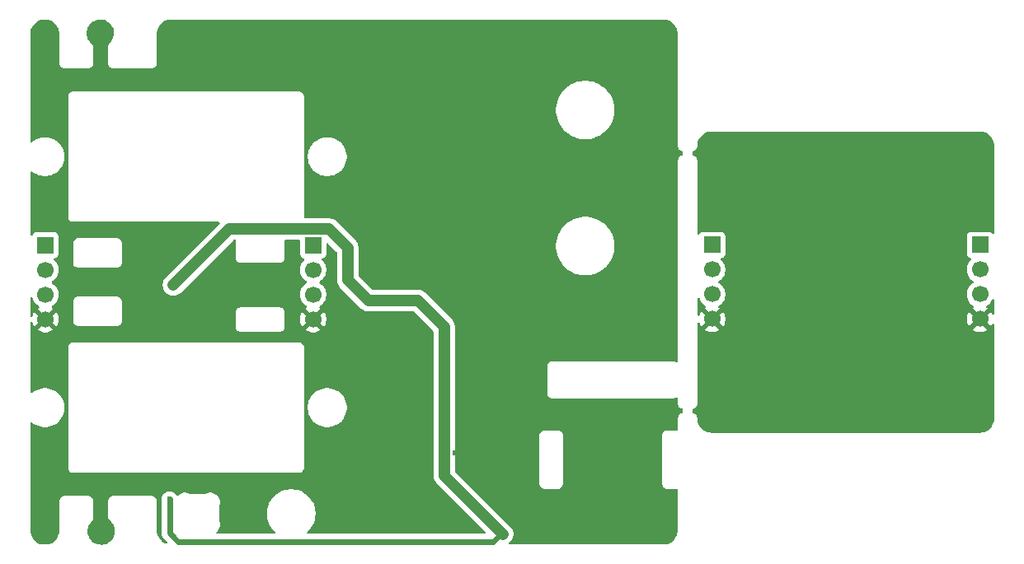
<source format=gbr>
%TF.GenerationSoftware,KiCad,Pcbnew,9.0.4*%
%TF.CreationDate,2025-12-19T12:52:20+01:00*%
%TF.ProjectId,malibotti,6d616c69-626f-4747-9469-2e6b69636164,rev?*%
%TF.SameCoordinates,Original*%
%TF.FileFunction,Copper,L1,Top*%
%TF.FilePolarity,Positive*%
%FSLAX46Y46*%
G04 Gerber Fmt 4.6, Leading zero omitted, Abs format (unit mm)*
G04 Created by KiCad (PCBNEW 9.0.4) date 2025-12-19 12:52:20*
%MOMM*%
%LPD*%
G01*
G04 APERTURE LIST*
%TA.AperFunction,ComponentPad*%
%ADD10R,1.700000X1.700000*%
%TD*%
%TA.AperFunction,ComponentPad*%
%ADD11C,1.700000*%
%TD*%
%TA.AperFunction,ViaPad*%
%ADD12C,0.600000*%
%TD*%
%TA.AperFunction,ViaPad*%
%ADD13C,1.200000*%
%TD*%
%TA.AperFunction,Conductor*%
%ADD14C,1.200000*%
%TD*%
%TA.AperFunction,Conductor*%
%ADD15C,0.600000*%
%TD*%
G04 APERTURE END LIST*
D10*
%TO.P,J6,1,Pin_1*%
%TO.N,+3.3V*%
X129550000Y-96200000D03*
D11*
%TO.P,J6,2,Pin_2*%
%TO.N,SCL1*%
X129550000Y-98740000D03*
%TO.P,J6,3,Pin_3*%
%TO.N,SDA1*%
X129550000Y-101280000D03*
%TO.P,J6,4,Pin_4*%
%TO.N,GND*%
X129550000Y-103820000D03*
%TD*%
D10*
%TO.P,J5,1,Pin_1*%
%TO.N,+3.3V*%
X102050000Y-96200000D03*
D11*
%TO.P,J5,2,Pin_2*%
%TO.N,SCL*%
X102050000Y-98740000D03*
%TO.P,J5,3,Pin_3*%
%TO.N,SDA*%
X102050000Y-101280000D03*
%TO.P,J5,4,Pin_4*%
%TO.N,GND*%
X102050000Y-103820000D03*
%TD*%
D10*
%TO.P,J3,1,Pin_1*%
%TO.N,+3.3VP*%
X170525000Y-96180000D03*
D11*
%TO.P,J3,2,Pin_2*%
%TO.N,Net-(J3-Pin_2)*%
X170525000Y-98720000D03*
%TO.P,J3,3,Pin_3*%
%TO.N,Net-(J3-Pin_3)*%
X170525000Y-101260000D03*
%TO.P,J3,4,Pin_4*%
%TO.N,GND1*%
X170525000Y-103800000D03*
%TD*%
D10*
%TO.P,J4,1,Pin_1*%
%TO.N,+3.3VP*%
X198025000Y-96180000D03*
D11*
%TO.P,J4,2,Pin_2*%
%TO.N,Net-(J4-Pin_2)*%
X198025000Y-98720000D03*
%TO.P,J4,3,Pin_3*%
%TO.N,Net-(J4-Pin_3)*%
X198025000Y-101260000D03*
%TO.P,J4,4,Pin_4*%
%TO.N,GND1*%
X198025000Y-103800000D03*
%TD*%
D12*
%TO.N,GND*%
X115200000Y-78700000D03*
X131700000Y-104000000D03*
X122700000Y-123100000D03*
X131600000Y-78000000D03*
X114700000Y-73800000D03*
X145000000Y-99800000D03*
X129200000Y-89600000D03*
X164700000Y-83000000D03*
X130900000Y-82800000D03*
X164800000Y-96200000D03*
X152600000Y-79000000D03*
X144400000Y-92700000D03*
X162700000Y-75800000D03*
X149100000Y-106400000D03*
X149100000Y-104600000D03*
X145200000Y-115400000D03*
X158200000Y-106800000D03*
X131600000Y-123800000D03*
X131800000Y-116700000D03*
X104300000Y-105400000D03*
X145000000Y-106800000D03*
X142700000Y-75000000D03*
X120500000Y-78100000D03*
X141900000Y-124400000D03*
X113900000Y-105700000D03*
X123800000Y-123900000D03*
X161200000Y-114400000D03*
X139400000Y-81500000D03*
X144200000Y-90000000D03*
X103200000Y-123400000D03*
X150100000Y-102200000D03*
X102200000Y-91900000D03*
X117000000Y-105600000D03*
X103000000Y-74600000D03*
X165400000Y-101000000D03*
X115100000Y-102200000D03*
X160800000Y-90900000D03*
X141400000Y-120600000D03*
X143800000Y-86800000D03*
X129900000Y-116000000D03*
X122300000Y-100200000D03*
X137200000Y-74800000D03*
X115100000Y-96800000D03*
X117700000Y-120900000D03*
X164400000Y-123900000D03*
X121700000Y-73900000D03*
X140400000Y-118200000D03*
X106000000Y-99400000D03*
X108000000Y-100500000D03*
X145200000Y-110000000D03*
X131400000Y-97400000D03*
X145100000Y-105000000D03*
X147000000Y-113800000D03*
X155500000Y-126100000D03*
X103000000Y-117600000D03*
X102600000Y-81100000D03*
X144100000Y-117600000D03*
X147500000Y-117700000D03*
X140600000Y-115900000D03*
X138700000Y-86200000D03*
X144100000Y-125400000D03*
X133300000Y-94500000D03*
X151200000Y-92500000D03*
X141500000Y-90900000D03*
X102200000Y-108300000D03*
X147700000Y-122400000D03*
X141500000Y-96000000D03*
X122500000Y-124600000D03*
X156000000Y-100700000D03*
X150700000Y-100200000D03*
X131400000Y-99000000D03*
X133400000Y-92100000D03*
X120200000Y-120100000D03*
X149100000Y-91600000D03*
D13*
%TO.N,+5V*%
X140300000Y-101900000D03*
X135200000Y-101900000D03*
X115200000Y-100300000D03*
D12*
X114800000Y-122300000D03*
D13*
X149000000Y-125900000D03*
D12*
%TO.N,GND1*%
X197100000Y-112300000D03*
X181600000Y-101000000D03*
X184100000Y-93400000D03*
X187200000Y-87100000D03*
X197200000Y-92900000D03*
X174100000Y-103400000D03*
X192600000Y-98600000D03*
X193900000Y-105600000D03*
X188100000Y-105800000D03*
X194100000Y-86300000D03*
X170800000Y-108100000D03*
X179200000Y-85700000D03*
X176900000Y-109100000D03*
X172300000Y-91900000D03*
X188400000Y-109500000D03*
X195700000Y-97600000D03*
X170200000Y-113700000D03*
X193800000Y-110300000D03*
X175200000Y-94900000D03*
X183900000Y-109500000D03*
X186700000Y-112800000D03*
X192500000Y-114700000D03*
%TD*%
D14*
%TO.N,+5V*%
X131201000Y-94549000D02*
X133100000Y-96448000D01*
X140300000Y-101900000D02*
X143000000Y-104600000D01*
D15*
X148001000Y-126699000D02*
X129062213Y-126699000D01*
D14*
X120951000Y-94549000D02*
X131201000Y-94549000D01*
X143000000Y-119900000D02*
X149000000Y-125900000D01*
D15*
X149000000Y-125900000D02*
X148800000Y-125900000D01*
X115300000Y-126300000D02*
X114800000Y-125800000D01*
X118600000Y-126699000D02*
X115699000Y-126699000D01*
D14*
X133100000Y-99800000D02*
X135200000Y-101900000D01*
D15*
X114800000Y-125800000D02*
X114800000Y-122300000D01*
X129062213Y-126699000D02*
X118600000Y-126699000D01*
D14*
X115200000Y-100300000D02*
X120951000Y-94549000D01*
D15*
X148800000Y-125900000D02*
X148001000Y-126699000D01*
X115699000Y-126699000D02*
X115300000Y-126300000D01*
D14*
X133100000Y-96448000D02*
X133100000Y-99800000D01*
X143000000Y-104600000D02*
X143000000Y-119900000D01*
X140300000Y-101900000D02*
X135200000Y-101900000D01*
%TD*%
%TA.AperFunction,Conductor*%
%TO.N,GND*%
G36*
X107868869Y-73000934D02*
G01*
X107888739Y-73003476D01*
X108092113Y-73046432D01*
X108111326Y-73052147D01*
X108305114Y-73127312D01*
X108323155Y-73136047D01*
X108502302Y-73241463D01*
X108518702Y-73252994D01*
X108678516Y-73385897D01*
X108692844Y-73399921D01*
X108829144Y-73556835D01*
X108841024Y-73572982D01*
X108950264Y-73749819D01*
X108959388Y-73767672D01*
X109038701Y-73959800D01*
X109044828Y-73978889D01*
X109092143Y-74181288D01*
X109095113Y-74201116D01*
X109109192Y-74408487D01*
X109108929Y-74428533D01*
X109089406Y-74635473D01*
X109085915Y-74655215D01*
X109033300Y-74856295D01*
X109026674Y-74875216D01*
X108942342Y-75065192D01*
X108932754Y-75082799D01*
X108818903Y-75256710D01*
X108806610Y-75272531D01*
X108752073Y-75332081D01*
X108666526Y-75425490D01*
X108662762Y-75429422D01*
X108654267Y-75437917D01*
X108650963Y-75441101D01*
X108611153Y-75478068D01*
X108605969Y-75484330D01*
X108605691Y-75484099D01*
X108604156Y-75486025D01*
X108604442Y-75486245D01*
X108599502Y-75492682D01*
X108572325Y-75539752D01*
X108572324Y-75539751D01*
X108571157Y-75541771D01*
X108541078Y-75589685D01*
X108538312Y-75598660D01*
X108533611Y-75606804D01*
X108533608Y-75606812D01*
X108519545Y-75659293D01*
X108518277Y-75663698D01*
X108502281Y-75715629D01*
X108501932Y-75725028D01*
X108499500Y-75734108D01*
X108499500Y-75790723D01*
X108499415Y-75793019D01*
X108497403Y-75847320D01*
X108498166Y-75855413D01*
X108497802Y-75855447D01*
X108499500Y-75870484D01*
X108499500Y-77565891D01*
X108533608Y-77693187D01*
X108566554Y-77750250D01*
X108599500Y-77807314D01*
X108692686Y-77900500D01*
X108806814Y-77966392D01*
X108934108Y-78000500D01*
X108934110Y-78000500D01*
X113065890Y-78000500D01*
X113065892Y-78000500D01*
X113193186Y-77966392D01*
X113307314Y-77900500D01*
X113400500Y-77807314D01*
X113466392Y-77693186D01*
X113500500Y-77565892D01*
X113500500Y-74504427D01*
X113500816Y-74495581D01*
X113505382Y-74431735D01*
X113515131Y-74295434D01*
X113517646Y-74277938D01*
X113559356Y-74086199D01*
X113564333Y-74069248D01*
X113632911Y-73885385D01*
X113640259Y-73869298D01*
X113657401Y-73837904D01*
X113734291Y-73697089D01*
X113743845Y-73682221D01*
X113861448Y-73525123D01*
X113873020Y-73511769D01*
X114011769Y-73373020D01*
X114025123Y-73361448D01*
X114182221Y-73243845D01*
X114197089Y-73234291D01*
X114369298Y-73140258D01*
X114385385Y-73132911D01*
X114569248Y-73064333D01*
X114586199Y-73059356D01*
X114777938Y-73017646D01*
X114795436Y-73015130D01*
X114995582Y-73000816D01*
X115004428Y-73000500D01*
X115065892Y-73000500D01*
X165434108Y-73000500D01*
X165495572Y-73000500D01*
X165504418Y-73000816D01*
X165704561Y-73015130D01*
X165722063Y-73017647D01*
X165913797Y-73059355D01*
X165930755Y-73064334D01*
X166099603Y-73127312D01*
X166114609Y-73132909D01*
X166130701Y-73140259D01*
X166302904Y-73234288D01*
X166317784Y-73243849D01*
X166474867Y-73361441D01*
X166488237Y-73373027D01*
X166626972Y-73511762D01*
X166638558Y-73525132D01*
X166756146Y-73682210D01*
X166765711Y-73697095D01*
X166859740Y-73869298D01*
X166867090Y-73885390D01*
X166935662Y-74069236D01*
X166940646Y-74086212D01*
X166982351Y-74277931D01*
X166984869Y-74295442D01*
X166999184Y-74495580D01*
X166999500Y-74504427D01*
X166999500Y-86065891D01*
X167033608Y-86193187D01*
X167066554Y-86250250D01*
X167099500Y-86307314D01*
X167192686Y-86400500D01*
X167306814Y-86466392D01*
X167408095Y-86493529D01*
X167467753Y-86529892D01*
X167498283Y-86592739D01*
X167500000Y-86613303D01*
X167500000Y-86886696D01*
X167480315Y-86953735D01*
X167427511Y-86999490D01*
X167408097Y-87006469D01*
X167366853Y-87017520D01*
X167306812Y-87033608D01*
X167192686Y-87099500D01*
X167192683Y-87099502D01*
X167099502Y-87192683D01*
X167099500Y-87192686D01*
X167033608Y-87306812D01*
X166999500Y-87434108D01*
X166999500Y-108145684D01*
X166979815Y-108212723D01*
X166927011Y-108258478D01*
X166857853Y-108268422D01*
X166813500Y-108253071D01*
X166693189Y-108183609D01*
X166693186Y-108183608D01*
X166565892Y-108149500D01*
X154165892Y-108149500D01*
X154034108Y-108149500D01*
X153906812Y-108183608D01*
X153792686Y-108249500D01*
X153792683Y-108249502D01*
X153699502Y-108342683D01*
X153699500Y-108342686D01*
X153633608Y-108456812D01*
X153599500Y-108584108D01*
X153599500Y-111515891D01*
X153633608Y-111643187D01*
X153666554Y-111700250D01*
X153699500Y-111757314D01*
X153792686Y-111850500D01*
X153906814Y-111916392D01*
X154034108Y-111950500D01*
X154034110Y-111950500D01*
X166565890Y-111950500D01*
X166565892Y-111950500D01*
X166693186Y-111916392D01*
X166807314Y-111850500D01*
X166807316Y-111850497D01*
X166813499Y-111846928D01*
X166881399Y-111830455D01*
X166947426Y-111853307D01*
X166990617Y-111908228D01*
X166999500Y-111954315D01*
X166999500Y-112565891D01*
X167033608Y-112693187D01*
X167066554Y-112750250D01*
X167099500Y-112807314D01*
X167192686Y-112900500D01*
X167306814Y-112966392D01*
X167408095Y-112993529D01*
X167467753Y-113029892D01*
X167498283Y-113092739D01*
X167500000Y-113113303D01*
X167500000Y-113386696D01*
X167480315Y-113453735D01*
X167427511Y-113499490D01*
X167408097Y-113506469D01*
X167366853Y-113517520D01*
X167306812Y-113533608D01*
X167192686Y-113599500D01*
X167192683Y-113599502D01*
X167099502Y-113692683D01*
X167099500Y-113692686D01*
X167033608Y-113806812D01*
X166999500Y-113934108D01*
X166999500Y-115125500D01*
X166979815Y-115192539D01*
X166927011Y-115238294D01*
X166875500Y-115249500D01*
X165834108Y-115249500D01*
X165706812Y-115283608D01*
X165592686Y-115349500D01*
X165592683Y-115349502D01*
X165499502Y-115442683D01*
X165499500Y-115442686D01*
X165433608Y-115556812D01*
X165399500Y-115684108D01*
X165399500Y-120815891D01*
X165433608Y-120943187D01*
X165466554Y-121000250D01*
X165499500Y-121057314D01*
X165592686Y-121150500D01*
X165706814Y-121216392D01*
X165834108Y-121250500D01*
X165965892Y-121250500D01*
X166875500Y-121250500D01*
X166942539Y-121270185D01*
X166988294Y-121322989D01*
X166999500Y-121374500D01*
X166999500Y-125495572D01*
X166999184Y-125504418D01*
X166999184Y-125504419D01*
X166984869Y-125704557D01*
X166982351Y-125722068D01*
X166940646Y-125913787D01*
X166935662Y-125930763D01*
X166867090Y-126114609D01*
X166859740Y-126130701D01*
X166765711Y-126302904D01*
X166756146Y-126317789D01*
X166638558Y-126474867D01*
X166626972Y-126488237D01*
X166488237Y-126626972D01*
X166474867Y-126638558D01*
X166317789Y-126756146D01*
X166302904Y-126765711D01*
X166130701Y-126859740D01*
X166114609Y-126867090D01*
X165930763Y-126935662D01*
X165913787Y-126940646D01*
X165722068Y-126982351D01*
X165704557Y-126984869D01*
X165523779Y-126997799D01*
X165504417Y-126999184D01*
X165495572Y-126999500D01*
X149740583Y-126999500D01*
X149673544Y-126979815D01*
X149627789Y-126927011D01*
X149617845Y-126857853D01*
X149646870Y-126794297D01*
X149667694Y-126775184D01*
X149716928Y-126739414D01*
X149839414Y-126616928D01*
X149941232Y-126476788D01*
X150019873Y-126322445D01*
X150073402Y-126157701D01*
X150100500Y-125986611D01*
X150100500Y-125813389D01*
X150073402Y-125642299D01*
X150044698Y-125553958D01*
X150027166Y-125500000D01*
X150019875Y-125477559D01*
X150019873Y-125477553D01*
X149962282Y-125364526D01*
X149941232Y-125323212D01*
X149839414Y-125183072D01*
X144136819Y-119480477D01*
X144103334Y-119419154D01*
X144100500Y-119392796D01*
X144100500Y-115684108D01*
X152799500Y-115684108D01*
X152799500Y-120815891D01*
X152833608Y-120943187D01*
X152866554Y-121000250D01*
X152899500Y-121057314D01*
X152992686Y-121150500D01*
X153106814Y-121216392D01*
X153234108Y-121250500D01*
X153234110Y-121250500D01*
X154765890Y-121250500D01*
X154765892Y-121250500D01*
X154893186Y-121216392D01*
X155007314Y-121150500D01*
X155100500Y-121057314D01*
X155166392Y-120943186D01*
X155200500Y-120815892D01*
X155200500Y-115684108D01*
X155166392Y-115556814D01*
X155100500Y-115442686D01*
X155007314Y-115349500D01*
X154950250Y-115316554D01*
X154893187Y-115283608D01*
X154829539Y-115266554D01*
X154765892Y-115249500D01*
X153365892Y-115249500D01*
X153234108Y-115249500D01*
X153106812Y-115283608D01*
X152992686Y-115349500D01*
X152992683Y-115349502D01*
X152899502Y-115442683D01*
X152899500Y-115442686D01*
X152833608Y-115556812D01*
X152799500Y-115684108D01*
X144100500Y-115684108D01*
X144100500Y-104513388D01*
X144099882Y-104509490D01*
X144096795Y-104489996D01*
X144073403Y-104342299D01*
X144019873Y-104177555D01*
X144019871Y-104177552D01*
X144019871Y-104177550D01*
X143965970Y-104071764D01*
X143965969Y-104071763D01*
X143962978Y-104065892D01*
X143941232Y-104023212D01*
X143876494Y-103934108D01*
X143839415Y-103883072D01*
X141016928Y-101060586D01*
X140876788Y-100958768D01*
X140722445Y-100880127D01*
X140557701Y-100826598D01*
X140557699Y-100826597D01*
X140557698Y-100826597D01*
X140426271Y-100805781D01*
X140386611Y-100799500D01*
X140386610Y-100799500D01*
X135707204Y-100799500D01*
X135640165Y-100779815D01*
X135619523Y-100763181D01*
X134236819Y-99380477D01*
X134203334Y-99319154D01*
X134200500Y-99292796D01*
X134200500Y-96361388D01*
X134200166Y-96359286D01*
X134196795Y-96337996D01*
X134173403Y-96190299D01*
X134154295Y-96131491D01*
X154499500Y-96131491D01*
X154499500Y-96468508D01*
X154537231Y-96803381D01*
X154537233Y-96803397D01*
X154612223Y-97131953D01*
X154612227Y-97131965D01*
X154723532Y-97450054D01*
X154869752Y-97753683D01*
X154869754Y-97753686D01*
X155049054Y-98039039D01*
X155259175Y-98302523D01*
X155497477Y-98540825D01*
X155760961Y-98750946D01*
X156046314Y-98930246D01*
X156349949Y-99076469D01*
X156588848Y-99160063D01*
X156668034Y-99187772D01*
X156668046Y-99187776D01*
X156996606Y-99262767D01*
X157331492Y-99300499D01*
X157331493Y-99300500D01*
X157331496Y-99300500D01*
X157668507Y-99300500D01*
X157668507Y-99300499D01*
X158003394Y-99262767D01*
X158331954Y-99187776D01*
X158650051Y-99076469D01*
X158953686Y-98930246D01*
X159239039Y-98750946D01*
X159502523Y-98540825D01*
X159740825Y-98302523D01*
X159950946Y-98039039D01*
X160130246Y-97753686D01*
X160276469Y-97450051D01*
X160387776Y-97131954D01*
X160462767Y-96803394D01*
X160500500Y-96468504D01*
X160500500Y-96131496D01*
X160462767Y-95796606D01*
X160387776Y-95468046D01*
X160276469Y-95149949D01*
X160130246Y-94846314D01*
X159950946Y-94560961D01*
X159740825Y-94297477D01*
X159502523Y-94059175D01*
X159239039Y-93849054D01*
X158953686Y-93669754D01*
X158953683Y-93669752D01*
X158650054Y-93523532D01*
X158331965Y-93412227D01*
X158331953Y-93412223D01*
X158003397Y-93337233D01*
X158003381Y-93337231D01*
X157668508Y-93299500D01*
X157668504Y-93299500D01*
X157331496Y-93299500D01*
X157331491Y-93299500D01*
X156996618Y-93337231D01*
X156996602Y-93337233D01*
X156668046Y-93412223D01*
X156668034Y-93412227D01*
X156349945Y-93523532D01*
X156046316Y-93669752D01*
X155760962Y-93849053D01*
X155497477Y-94059174D01*
X155259174Y-94297477D01*
X155049053Y-94560962D01*
X154869752Y-94846316D01*
X154723532Y-95149945D01*
X154612227Y-95468034D01*
X154612223Y-95468046D01*
X154537233Y-95796602D01*
X154537231Y-95796618D01*
X154499500Y-96131491D01*
X134154295Y-96131491D01*
X134119873Y-96025555D01*
X134119871Y-96025552D01*
X134119871Y-96025550D01*
X134060060Y-95908165D01*
X134041232Y-95871212D01*
X134041230Y-95871209D01*
X134041229Y-95871207D01*
X133994444Y-95806814D01*
X133939414Y-95731072D01*
X133816928Y-95608586D01*
X131917928Y-93709586D01*
X131777788Y-93607768D01*
X131623445Y-93529127D01*
X131458701Y-93475598D01*
X131458699Y-93475597D01*
X131458698Y-93475597D01*
X131327271Y-93454781D01*
X131287611Y-93448500D01*
X131287610Y-93448500D01*
X128724500Y-93448500D01*
X128657461Y-93428815D01*
X128611706Y-93376011D01*
X128600500Y-93324500D01*
X128600500Y-86968872D01*
X128999500Y-86968872D01*
X128999500Y-87231127D01*
X129020436Y-87390140D01*
X129033730Y-87491116D01*
X129098831Y-87734076D01*
X129101602Y-87744418D01*
X129101605Y-87744428D01*
X129201953Y-87986690D01*
X129201958Y-87986700D01*
X129333075Y-88213803D01*
X129492718Y-88421851D01*
X129492726Y-88421860D01*
X129678140Y-88607274D01*
X129678148Y-88607281D01*
X129886196Y-88766924D01*
X130113299Y-88898041D01*
X130113309Y-88898046D01*
X130355571Y-88998394D01*
X130355581Y-88998398D01*
X130608884Y-89066270D01*
X130868880Y-89100500D01*
X130868887Y-89100500D01*
X131131113Y-89100500D01*
X131131120Y-89100500D01*
X131391116Y-89066270D01*
X131644419Y-88998398D01*
X131886697Y-88898043D01*
X132113803Y-88766924D01*
X132321851Y-88607282D01*
X132321855Y-88607277D01*
X132321860Y-88607274D01*
X132507274Y-88421860D01*
X132507277Y-88421855D01*
X132507282Y-88421851D01*
X132666924Y-88213803D01*
X132798043Y-87986697D01*
X132898398Y-87744419D01*
X132966270Y-87491116D01*
X133000500Y-87231120D01*
X133000500Y-86968880D01*
X132966270Y-86708884D01*
X132898398Y-86455581D01*
X132875582Y-86400499D01*
X132798046Y-86213309D01*
X132798041Y-86213299D01*
X132666924Y-85986196D01*
X132544424Y-85826554D01*
X132507282Y-85778149D01*
X132507281Y-85778148D01*
X132507274Y-85778140D01*
X132321860Y-85592726D01*
X132321851Y-85592718D01*
X132113803Y-85433075D01*
X131886700Y-85301958D01*
X131886690Y-85301953D01*
X131644428Y-85201605D01*
X131644421Y-85201603D01*
X131644419Y-85201602D01*
X131391116Y-85133730D01*
X131333339Y-85126123D01*
X131131127Y-85099500D01*
X131131120Y-85099500D01*
X130868880Y-85099500D01*
X130868872Y-85099500D01*
X130637772Y-85129926D01*
X130608884Y-85133730D01*
X130407196Y-85187772D01*
X130355581Y-85201602D01*
X130355571Y-85201605D01*
X130113309Y-85301953D01*
X130113299Y-85301958D01*
X129886196Y-85433075D01*
X129678148Y-85592718D01*
X129492718Y-85778148D01*
X129333075Y-85986196D01*
X129201958Y-86213299D01*
X129201953Y-86213309D01*
X129101605Y-86455571D01*
X129101602Y-86455581D01*
X129033730Y-86708885D01*
X128999500Y-86968872D01*
X128600500Y-86968872D01*
X128600500Y-82131491D01*
X154499500Y-82131491D01*
X154499500Y-82468508D01*
X154537231Y-82803381D01*
X154537233Y-82803397D01*
X154612223Y-83131953D01*
X154612227Y-83131965D01*
X154723532Y-83450054D01*
X154869752Y-83753683D01*
X154869754Y-83753686D01*
X155049054Y-84039039D01*
X155259175Y-84302523D01*
X155497477Y-84540825D01*
X155760961Y-84750946D01*
X156046314Y-84930246D01*
X156349949Y-85076469D01*
X156588848Y-85160063D01*
X156668034Y-85187772D01*
X156668046Y-85187776D01*
X156996606Y-85262767D01*
X157331492Y-85300499D01*
X157331493Y-85300500D01*
X157331496Y-85300500D01*
X157668507Y-85300500D01*
X157668507Y-85300499D01*
X158003394Y-85262767D01*
X158331954Y-85187776D01*
X158650051Y-85076469D01*
X158953686Y-84930246D01*
X159239039Y-84750946D01*
X159502523Y-84540825D01*
X159740825Y-84302523D01*
X159950946Y-84039039D01*
X160130246Y-83753686D01*
X160276469Y-83450051D01*
X160387776Y-83131954D01*
X160462767Y-82803394D01*
X160500500Y-82468504D01*
X160500500Y-82131496D01*
X160462767Y-81796606D01*
X160387776Y-81468046D01*
X160276469Y-81149949D01*
X160130246Y-80846314D01*
X159950946Y-80560961D01*
X159740825Y-80297477D01*
X159502523Y-80059175D01*
X159239039Y-79849054D01*
X158953686Y-79669754D01*
X158953683Y-79669752D01*
X158650054Y-79523532D01*
X158331965Y-79412227D01*
X158331953Y-79412223D01*
X158003397Y-79337233D01*
X158003381Y-79337231D01*
X157668508Y-79299500D01*
X157668504Y-79299500D01*
X157331496Y-79299500D01*
X157331491Y-79299500D01*
X156996618Y-79337231D01*
X156996602Y-79337233D01*
X156668046Y-79412223D01*
X156668034Y-79412227D01*
X156349945Y-79523532D01*
X156046316Y-79669752D01*
X155760962Y-79849053D01*
X155497477Y-80059174D01*
X155259174Y-80297477D01*
X155049053Y-80560962D01*
X154869752Y-80846316D01*
X154723532Y-81149945D01*
X154612227Y-81468034D01*
X154612223Y-81468046D01*
X154537233Y-81796602D01*
X154537231Y-81796618D01*
X154499500Y-82131491D01*
X128600500Y-82131491D01*
X128600500Y-80834110D01*
X128600500Y-80834108D01*
X128566392Y-80706814D01*
X128500500Y-80592686D01*
X128407314Y-80499500D01*
X128350250Y-80466554D01*
X128293187Y-80433608D01*
X128192438Y-80406613D01*
X128165892Y-80399500D01*
X104965892Y-80399500D01*
X104834108Y-80399500D01*
X104706812Y-80433608D01*
X104592686Y-80499500D01*
X104592683Y-80499502D01*
X104499502Y-80592683D01*
X104499500Y-80592686D01*
X104433608Y-80706812D01*
X104409524Y-80796696D01*
X104399500Y-80834108D01*
X104399500Y-93365892D01*
X104411914Y-93412223D01*
X104433608Y-93493187D01*
X104454359Y-93529128D01*
X104499500Y-93607314D01*
X104592686Y-93700500D01*
X104706814Y-93766392D01*
X104834108Y-93800500D01*
X104965892Y-93800500D01*
X119843796Y-93800500D01*
X119910835Y-93820185D01*
X119956590Y-93872989D01*
X119966534Y-93942147D01*
X119937509Y-94005703D01*
X119931477Y-94012181D01*
X114360588Y-99583069D01*
X114360588Y-99583070D01*
X114360586Y-99583072D01*
X114333912Y-99619786D01*
X114258768Y-99723211D01*
X114180128Y-99877552D01*
X114180127Y-99877554D01*
X114180127Y-99877555D01*
X114174442Y-99895051D01*
X114126597Y-100042302D01*
X114099500Y-100213389D01*
X114099500Y-100386610D01*
X114120140Y-100516930D01*
X114126598Y-100557701D01*
X114180127Y-100722445D01*
X114258768Y-100876788D01*
X114360586Y-101016928D01*
X114483072Y-101139414D01*
X114623212Y-101241232D01*
X114777555Y-101319873D01*
X114942299Y-101373402D01*
X115113389Y-101400500D01*
X115113390Y-101400500D01*
X115286610Y-101400500D01*
X115286611Y-101400500D01*
X115457701Y-101373402D01*
X115622445Y-101319873D01*
X115776788Y-101241232D01*
X115916928Y-101139414D01*
X121370523Y-95685819D01*
X121397450Y-95671115D01*
X121423269Y-95654523D01*
X121429469Y-95653631D01*
X121431846Y-95652334D01*
X121458204Y-95649500D01*
X121514161Y-95649500D01*
X121581200Y-95669185D01*
X121626955Y-95721989D01*
X121636899Y-95791147D01*
X121633936Y-95805594D01*
X121633610Y-95806810D01*
X121633608Y-95806814D01*
X121599500Y-95934108D01*
X121599500Y-97565892D01*
X121604606Y-97584949D01*
X121633608Y-97693187D01*
X121664489Y-97746673D01*
X121699500Y-97807314D01*
X121792686Y-97900500D01*
X121906814Y-97966392D01*
X122034108Y-98000500D01*
X122034110Y-98000500D01*
X126165890Y-98000500D01*
X126165892Y-98000500D01*
X126293186Y-97966392D01*
X126407314Y-97900500D01*
X126500500Y-97807314D01*
X126566392Y-97693186D01*
X126600500Y-97565892D01*
X126600500Y-95934108D01*
X126566392Y-95806814D01*
X126566389Y-95806810D01*
X126566064Y-95805594D01*
X126567727Y-95735744D01*
X126606889Y-95677881D01*
X126671118Y-95650377D01*
X126685839Y-95649500D01*
X128075500Y-95649500D01*
X128142539Y-95669185D01*
X128188294Y-95721989D01*
X128199500Y-95773500D01*
X128199500Y-97097870D01*
X128199501Y-97097876D01*
X128205908Y-97157483D01*
X128256202Y-97292328D01*
X128256206Y-97292335D01*
X128342452Y-97407544D01*
X128342455Y-97407547D01*
X128457664Y-97493793D01*
X128457671Y-97493797D01*
X128589082Y-97542810D01*
X128645016Y-97584681D01*
X128669433Y-97650145D01*
X128654582Y-97718418D01*
X128633431Y-97746673D01*
X128519889Y-97860215D01*
X128394951Y-98032179D01*
X128298444Y-98221585D01*
X128232753Y-98423760D01*
X128228336Y-98451651D01*
X128199500Y-98633713D01*
X128199500Y-98846287D01*
X128232754Y-99056243D01*
X128242430Y-99086024D01*
X128298444Y-99258414D01*
X128394951Y-99447820D01*
X128519890Y-99619786D01*
X128670213Y-99770109D01*
X128842182Y-99895050D01*
X128850946Y-99899516D01*
X128901742Y-99947491D01*
X128918536Y-100015312D01*
X128895998Y-100081447D01*
X128850946Y-100120484D01*
X128842182Y-100124949D01*
X128670213Y-100249890D01*
X128519890Y-100400213D01*
X128394951Y-100572179D01*
X128298444Y-100761585D01*
X128232753Y-100963760D01*
X128199500Y-101173713D01*
X128199500Y-101386286D01*
X128222833Y-101533608D01*
X128232754Y-101596243D01*
X128264090Y-101692686D01*
X128298444Y-101798414D01*
X128394951Y-101987820D01*
X128519890Y-102159786D01*
X128670213Y-102310109D01*
X128842179Y-102435048D01*
X128842181Y-102435049D01*
X128842184Y-102435051D01*
X128851493Y-102439794D01*
X128902290Y-102487766D01*
X128919087Y-102555587D01*
X128896552Y-102621722D01*
X128851505Y-102660760D01*
X128842446Y-102665376D01*
X128842440Y-102665380D01*
X128788282Y-102704727D01*
X128788282Y-102704728D01*
X129420591Y-103337037D01*
X129357007Y-103354075D01*
X129242993Y-103419901D01*
X129149901Y-103512993D01*
X129084075Y-103627007D01*
X129067037Y-103690591D01*
X128434728Y-103058282D01*
X128434727Y-103058282D01*
X128395380Y-103112439D01*
X128298904Y-103301782D01*
X128233242Y-103503869D01*
X128233242Y-103503872D01*
X128200000Y-103713753D01*
X128200000Y-103926246D01*
X128233242Y-104136127D01*
X128233242Y-104136130D01*
X128298904Y-104338217D01*
X128395375Y-104527550D01*
X128434728Y-104581716D01*
X129067037Y-103949408D01*
X129084075Y-104012993D01*
X129149901Y-104127007D01*
X129242993Y-104220099D01*
X129357007Y-104285925D01*
X129420590Y-104302962D01*
X128788282Y-104935269D01*
X128788282Y-104935270D01*
X128842449Y-104974624D01*
X129031782Y-105071095D01*
X129233870Y-105136757D01*
X129443754Y-105170000D01*
X129656246Y-105170000D01*
X129866127Y-105136757D01*
X129866130Y-105136757D01*
X130068217Y-105071095D01*
X130257554Y-104974622D01*
X130311716Y-104935270D01*
X130311717Y-104935270D01*
X129679408Y-104302962D01*
X129742993Y-104285925D01*
X129857007Y-104220099D01*
X129950099Y-104127007D01*
X130015925Y-104012993D01*
X130032962Y-103949408D01*
X130665270Y-104581717D01*
X130665270Y-104581716D01*
X130704622Y-104527554D01*
X130801095Y-104338217D01*
X130866757Y-104136130D01*
X130866757Y-104136127D01*
X130900000Y-103926246D01*
X130900000Y-103713753D01*
X130866757Y-103503872D01*
X130866757Y-103503869D01*
X130801095Y-103301782D01*
X130704624Y-103112449D01*
X130665270Y-103058282D01*
X130665269Y-103058282D01*
X130032962Y-103690590D01*
X130015925Y-103627007D01*
X129950099Y-103512993D01*
X129857007Y-103419901D01*
X129742993Y-103354075D01*
X129679409Y-103337037D01*
X130311716Y-102704728D01*
X130257547Y-102665373D01*
X130257547Y-102665372D01*
X130248500Y-102660763D01*
X130197706Y-102612788D01*
X130180912Y-102544966D01*
X130203451Y-102478832D01*
X130248508Y-102439793D01*
X130257816Y-102435051D01*
X130337007Y-102377515D01*
X130429786Y-102310109D01*
X130429788Y-102310106D01*
X130429792Y-102310104D01*
X130580104Y-102159792D01*
X130580106Y-102159788D01*
X130580109Y-102159786D01*
X130705048Y-101987820D01*
X130705047Y-101987820D01*
X130705051Y-101987816D01*
X130801557Y-101798412D01*
X130867246Y-101596243D01*
X130900500Y-101386287D01*
X130900500Y-101173713D01*
X130867246Y-100963757D01*
X130801557Y-100761588D01*
X130705051Y-100572184D01*
X130705049Y-100572181D01*
X130705048Y-100572179D01*
X130580109Y-100400213D01*
X130429786Y-100249890D01*
X130257820Y-100124951D01*
X130257115Y-100124591D01*
X130249054Y-100120485D01*
X130198259Y-100072512D01*
X130181463Y-100004692D01*
X130203999Y-99938556D01*
X130249054Y-99899515D01*
X130257816Y-99895051D01*
X130281901Y-99877552D01*
X130429786Y-99770109D01*
X130429788Y-99770106D01*
X130429792Y-99770104D01*
X130580104Y-99619792D01*
X130580106Y-99619788D01*
X130580109Y-99619786D01*
X130705048Y-99447820D01*
X130705047Y-99447820D01*
X130705051Y-99447816D01*
X130801557Y-99258412D01*
X130867246Y-99056243D01*
X130900500Y-98846287D01*
X130900500Y-98633713D01*
X130867246Y-98423757D01*
X130801557Y-98221588D01*
X130705051Y-98032184D01*
X130705049Y-98032181D01*
X130705048Y-98032179D01*
X130580109Y-97860213D01*
X130466569Y-97746673D01*
X130433084Y-97685350D01*
X130438068Y-97615658D01*
X130479940Y-97559725D01*
X130510915Y-97542810D01*
X130642331Y-97493796D01*
X130757546Y-97407546D01*
X130843796Y-97292331D01*
X130894091Y-97157483D01*
X130900500Y-97097873D01*
X130900499Y-96104202D01*
X130920183Y-96037164D01*
X130972987Y-95991409D01*
X131042146Y-95981465D01*
X131105702Y-96010490D01*
X131112180Y-96016522D01*
X131963181Y-96867523D01*
X131996666Y-96928846D01*
X131999500Y-96955204D01*
X131999500Y-99886610D01*
X132024158Y-100042299D01*
X132026598Y-100057701D01*
X132080127Y-100222445D01*
X132158768Y-100376788D01*
X132260586Y-100516928D01*
X134360585Y-102616927D01*
X134360586Y-102616928D01*
X134483072Y-102739414D01*
X134623212Y-102841232D01*
X134777555Y-102919873D01*
X134942299Y-102973402D01*
X135113389Y-103000500D01*
X135286610Y-103000500D01*
X135286611Y-103000500D01*
X139792796Y-103000500D01*
X139859835Y-103020185D01*
X139880477Y-103036819D01*
X141863181Y-105019523D01*
X141896666Y-105080846D01*
X141899500Y-105107204D01*
X141899500Y-119813389D01*
X141899500Y-119986611D01*
X141926598Y-120157701D01*
X141980127Y-120322445D01*
X142058768Y-120476788D01*
X142160586Y-120616928D01*
X142160588Y-120616930D01*
X147230477Y-125686819D01*
X147263962Y-125748142D01*
X147258978Y-125817834D01*
X147217106Y-125873767D01*
X147151642Y-125898184D01*
X147142796Y-125898500D01*
X129033427Y-125898500D01*
X128966388Y-125878815D01*
X128920633Y-125826011D01*
X128910689Y-125756853D01*
X128939714Y-125693297D01*
X128956114Y-125677553D01*
X128959630Y-125674748D01*
X128968825Y-125667416D01*
X129167416Y-125468825D01*
X129342523Y-125249248D01*
X129491945Y-125011445D01*
X129613801Y-124758408D01*
X129706560Y-124493318D01*
X129769055Y-124219509D01*
X129770661Y-124205262D01*
X129800499Y-123940431D01*
X129800500Y-123940427D01*
X129800500Y-123659572D01*
X129800499Y-123659568D01*
X129769057Y-123380505D01*
X129769054Y-123380487D01*
X129706560Y-123106682D01*
X129706556Y-123106670D01*
X129676369Y-123020401D01*
X129613801Y-122841592D01*
X129491945Y-122588555D01*
X129342523Y-122350752D01*
X129167416Y-122131175D01*
X128968825Y-121932584D01*
X128749248Y-121757477D01*
X128511445Y-121608055D01*
X128511442Y-121608053D01*
X128258411Y-121486200D01*
X127993329Y-121393443D01*
X127993317Y-121393439D01*
X127719512Y-121330945D01*
X127719494Y-121330942D01*
X127440431Y-121299500D01*
X127440425Y-121299500D01*
X127159575Y-121299500D01*
X127159568Y-121299500D01*
X126880505Y-121330942D01*
X126880487Y-121330945D01*
X126606682Y-121393439D01*
X126606670Y-121393443D01*
X126341588Y-121486200D01*
X126088557Y-121608053D01*
X125850753Y-121757476D01*
X125631175Y-121932583D01*
X125432583Y-122131175D01*
X125257476Y-122350753D01*
X125108053Y-122588557D01*
X124986200Y-122841588D01*
X124893443Y-123106670D01*
X124893439Y-123106682D01*
X124830945Y-123380487D01*
X124830942Y-123380505D01*
X124799500Y-123659568D01*
X124799500Y-123940431D01*
X124830942Y-124219494D01*
X124830945Y-124219512D01*
X124893439Y-124493317D01*
X124893443Y-124493329D01*
X124986200Y-124758411D01*
X125108053Y-125011442D01*
X125108055Y-125011445D01*
X125257477Y-125249248D01*
X125349408Y-125364526D01*
X125432583Y-125468824D01*
X125631175Y-125667416D01*
X125643886Y-125677553D01*
X125684026Y-125734742D01*
X125686876Y-125804554D01*
X125651530Y-125864823D01*
X125589211Y-125896416D01*
X125566573Y-125898500D01*
X119728100Y-125898500D01*
X119661061Y-125878815D01*
X119615306Y-125826011D01*
X119605362Y-125756853D01*
X119634387Y-125693297D01*
X119643997Y-125683380D01*
X119734533Y-125599829D01*
X119844085Y-125453749D01*
X119925384Y-125290250D01*
X119975743Y-125114736D01*
X119993498Y-124933005D01*
X119978062Y-124751062D01*
X119929945Y-124574920D01*
X119922668Y-124559756D01*
X119919076Y-124552255D01*
X119919020Y-124551959D01*
X119902911Y-124518502D01*
X119902664Y-124517986D01*
X119902519Y-124517094D01*
X119890500Y-124464427D01*
X119890500Y-123115577D01*
X119898962Y-123078393D01*
X119899593Y-123069584D01*
X119902543Y-123062661D01*
X119902714Y-123061913D01*
X119903990Y-123059255D01*
X119903994Y-123059257D01*
X119904043Y-123059141D01*
X119919020Y-123028040D01*
X119919020Y-123028036D01*
X119922326Y-123021172D01*
X119922636Y-123020401D01*
X119924502Y-123016513D01*
X119929984Y-123005091D01*
X119978102Y-122828942D01*
X119993538Y-122646993D01*
X119975782Y-122465255D01*
X119925421Y-122289734D01*
X119844119Y-122126230D01*
X119734562Y-121980144D01*
X119734561Y-121980142D01*
X119734559Y-121980140D01*
X119600376Y-121856308D01*
X119600372Y-121856305D01*
X119600371Y-121856304D01*
X119445978Y-121758801D01*
X119276487Y-121690857D01*
X119276485Y-121690856D01*
X119276484Y-121690856D01*
X119276479Y-121690855D01*
X119097494Y-121654717D01*
X119097501Y-121654717D01*
X118923200Y-121651719D01*
X118914920Y-121651577D01*
X118914919Y-121651577D01*
X118914917Y-121651577D01*
X118734799Y-121681536D01*
X118734793Y-121681537D01*
X118563064Y-121743611D01*
X118551972Y-121750074D01*
X118547784Y-121752515D01*
X118541381Y-121756238D01*
X118541129Y-121756308D01*
X118513166Y-121772644D01*
X118513086Y-121772691D01*
X118510314Y-121773372D01*
X118450746Y-121789495D01*
X118410511Y-121789492D01*
X118410389Y-121789500D01*
X116929263Y-121789500D01*
X116913694Y-121785312D01*
X116899793Y-121785947D01*
X116867524Y-121772892D01*
X116867053Y-121772766D01*
X116866897Y-121772675D01*
X116838951Y-121756342D01*
X116838538Y-121756228D01*
X116831335Y-121752051D01*
X116831300Y-121752014D01*
X116831113Y-121751921D01*
X116816926Y-121743653D01*
X116816919Y-121743650D01*
X116645209Y-121681583D01*
X116645192Y-121681579D01*
X116465083Y-121651620D01*
X116465080Y-121651620D01*
X116456541Y-121651766D01*
X116282509Y-121654760D01*
X116103536Y-121690895D01*
X116103525Y-121690898D01*
X115934042Y-121758838D01*
X115779662Y-121856333D01*
X115779650Y-121856342D01*
X115692432Y-121936832D01*
X115629816Y-121967832D01*
X115560380Y-121960057D01*
X115506170Y-121915977D01*
X115505235Y-121914596D01*
X115421792Y-121789715D01*
X115421786Y-121789707D01*
X115310292Y-121678213D01*
X115310288Y-121678210D01*
X115179185Y-121590609D01*
X115179172Y-121590602D01*
X115033501Y-121530264D01*
X115033489Y-121530261D01*
X114878845Y-121499500D01*
X114878842Y-121499500D01*
X114721158Y-121499500D01*
X114721155Y-121499500D01*
X114566510Y-121530261D01*
X114566498Y-121530264D01*
X114420827Y-121590602D01*
X114420814Y-121590609D01*
X114289711Y-121678210D01*
X114289707Y-121678213D01*
X114178213Y-121789707D01*
X114178210Y-121789711D01*
X114090609Y-121920814D01*
X114090602Y-121920827D01*
X114030264Y-122066498D01*
X114030261Y-122066510D01*
X113999500Y-122221153D01*
X113999500Y-125878846D01*
X114030261Y-126033489D01*
X114030264Y-126033501D01*
X114090602Y-126179172D01*
X114090609Y-126179185D01*
X114178210Y-126310288D01*
X114178213Y-126310292D01*
X114539920Y-126671998D01*
X114544258Y-126679943D01*
X114551507Y-126685370D01*
X114560741Y-126710129D01*
X114573405Y-126733321D01*
X114572759Y-126742351D01*
X114575923Y-126750835D01*
X114570306Y-126776653D01*
X114568421Y-126803012D01*
X114562994Y-126810261D01*
X114561070Y-126819107D01*
X114542387Y-126837788D01*
X114526550Y-126858946D01*
X114518065Y-126862110D01*
X114511664Y-126868512D01*
X114485843Y-126874128D01*
X114461085Y-126883363D01*
X114450432Y-126881831D01*
X114443391Y-126883363D01*
X114408904Y-126875860D01*
X114385389Y-126867089D01*
X114369298Y-126859740D01*
X114197095Y-126765711D01*
X114182210Y-126756146D01*
X114178591Y-126753437D01*
X114025132Y-126638558D01*
X114011762Y-126626972D01*
X113873027Y-126488237D01*
X113861441Y-126474867D01*
X113844221Y-126451864D01*
X113743849Y-126317784D01*
X113734288Y-126302904D01*
X113640259Y-126130701D01*
X113632909Y-126114609D01*
X113602657Y-126033501D01*
X113564334Y-125930755D01*
X113559355Y-125913797D01*
X113517647Y-125722063D01*
X113515130Y-125704556D01*
X113513861Y-125686819D01*
X113500816Y-125504418D01*
X113500500Y-125495572D01*
X113500500Y-122434110D01*
X113500500Y-122434108D01*
X113466392Y-122306814D01*
X113400500Y-122192686D01*
X113307314Y-122099500D01*
X113250153Y-122066498D01*
X113193187Y-122033608D01*
X113129539Y-122016554D01*
X113065892Y-121999500D01*
X109065892Y-121999500D01*
X108934108Y-121999500D01*
X108806812Y-122033608D01*
X108692686Y-122099500D01*
X108692683Y-122099502D01*
X108599502Y-122192683D01*
X108599500Y-122192686D01*
X108533608Y-122306812D01*
X108499500Y-122434108D01*
X108499500Y-124074395D01*
X108495334Y-124100966D01*
X108499500Y-124140018D01*
X108499500Y-124179287D01*
X108506460Y-124205262D01*
X108509313Y-124232006D01*
X108523442Y-124268645D01*
X108525149Y-124275015D01*
X108533606Y-124306577D01*
X108533607Y-124306580D01*
X108533608Y-124306581D01*
X108547055Y-124329872D01*
X108556732Y-124354964D01*
X108579863Y-124386697D01*
X108599500Y-124420709D01*
X108599502Y-124420711D01*
X108611684Y-124432893D01*
X108624203Y-124447527D01*
X108634359Y-124461459D01*
X108638036Y-124464427D01*
X108659784Y-124481982D01*
X108664055Y-124485592D01*
X108666896Y-124488105D01*
X108692686Y-124513895D01*
X108702374Y-124519488D01*
X108711726Y-124527760D01*
X108712382Y-124528805D01*
X108714996Y-124530758D01*
X108843582Y-124652985D01*
X108856938Y-124667916D01*
X108962416Y-124806985D01*
X108982546Y-124833526D01*
X108993329Y-124850425D01*
X109037063Y-124933005D01*
X109090607Y-125034111D01*
X109098527Y-125052529D01*
X109164933Y-125249494D01*
X109169781Y-125268947D01*
X109203577Y-125474031D01*
X109205227Y-125494011D01*
X109205532Y-125701869D01*
X109203940Y-125721854D01*
X109170746Y-125927035D01*
X109165955Y-125946503D01*
X109100129Y-126143655D01*
X109092264Y-126162095D01*
X108995525Y-126346067D01*
X108984790Y-126362999D01*
X108859669Y-126528976D01*
X108846345Y-126543958D01*
X108696112Y-126687601D01*
X108680550Y-126700239D01*
X108509135Y-126817794D01*
X108491739Y-126827759D01*
X108303616Y-126916156D01*
X108284841Y-126923187D01*
X108084936Y-126980111D01*
X108065274Y-126984025D01*
X107858807Y-127007991D01*
X107838770Y-127008685D01*
X107631137Y-126999065D01*
X107611250Y-126996521D01*
X107407888Y-126953567D01*
X107388673Y-126947852D01*
X107194885Y-126872687D01*
X107176840Y-126863950D01*
X106997697Y-126758536D01*
X106981297Y-126747005D01*
X106821483Y-126614102D01*
X106807155Y-126600078D01*
X106670855Y-126443164D01*
X106658975Y-126427017D01*
X106549735Y-126250180D01*
X106540611Y-126232327D01*
X106518673Y-126179185D01*
X106461297Y-126040197D01*
X106455171Y-126021110D01*
X106407854Y-125818703D01*
X106404886Y-125798883D01*
X106404317Y-125790505D01*
X106390807Y-125591508D01*
X106391070Y-125571466D01*
X106392722Y-125553957D01*
X106410594Y-125364517D01*
X106414082Y-125344792D01*
X106466700Y-125143700D01*
X106473325Y-125124783D01*
X106493856Y-125078534D01*
X106557657Y-124934805D01*
X106567246Y-124917200D01*
X106681094Y-124743292D01*
X106693383Y-124727474D01*
X106833504Y-124574474D01*
X106837225Y-124570587D01*
X106845755Y-124562057D01*
X106849004Y-124558926D01*
X106888851Y-124521927D01*
X106888853Y-124521923D01*
X106894037Y-124515663D01*
X106894320Y-124515897D01*
X106895841Y-124513988D01*
X106895550Y-124513765D01*
X106900497Y-124507316D01*
X106900500Y-124507314D01*
X106928818Y-124458265D01*
X106958922Y-124410315D01*
X106961689Y-124401330D01*
X106966392Y-124393186D01*
X106981047Y-124338491D01*
X106997719Y-124284371D01*
X106998067Y-124274971D01*
X107000500Y-124265892D01*
X107000500Y-124211569D01*
X107000585Y-124206980D01*
X107002596Y-124152681D01*
X107001834Y-124144590D01*
X107002196Y-124144555D01*
X107000500Y-124129516D01*
X107000500Y-122434110D01*
X107000500Y-122434108D01*
X106966392Y-122306814D01*
X106900500Y-122192686D01*
X106807314Y-122099500D01*
X106750153Y-122066498D01*
X106693187Y-122033608D01*
X106629539Y-122016554D01*
X106565892Y-121999500D01*
X104065892Y-121999500D01*
X103934108Y-121999500D01*
X103806812Y-122033608D01*
X103692686Y-122099500D01*
X103692683Y-122099502D01*
X103599502Y-122192683D01*
X103599500Y-122192686D01*
X103533608Y-122306812D01*
X103499500Y-122434108D01*
X103499500Y-125495124D01*
X103499118Y-125504853D01*
X103481804Y-125724845D01*
X103478760Y-125744063D01*
X103428387Y-125953881D01*
X103422374Y-125972387D01*
X103339797Y-126171744D01*
X103330964Y-126189080D01*
X103218222Y-126373060D01*
X103206784Y-126388803D01*
X103066644Y-126552886D01*
X103052886Y-126566644D01*
X102888803Y-126706784D01*
X102873060Y-126718222D01*
X102689080Y-126830964D01*
X102671744Y-126839797D01*
X102472387Y-126922374D01*
X102453881Y-126928387D01*
X102244063Y-126978760D01*
X102224845Y-126981804D01*
X102009729Y-126998734D01*
X101990271Y-126998734D01*
X101775154Y-126981804D01*
X101755936Y-126978760D01*
X101546118Y-126928387D01*
X101527612Y-126922374D01*
X101328255Y-126839797D01*
X101310919Y-126830964D01*
X101197498Y-126761460D01*
X101126933Y-126718217D01*
X101111196Y-126706784D01*
X101086123Y-126685370D01*
X100986259Y-126600078D01*
X100947113Y-126566644D01*
X100933355Y-126552886D01*
X100793215Y-126388803D01*
X100781783Y-126373069D01*
X100669034Y-126189078D01*
X100660202Y-126171744D01*
X100605714Y-126040199D01*
X100577623Y-125972380D01*
X100571614Y-125953888D01*
X100521238Y-125744058D01*
X100518195Y-125724845D01*
X100518102Y-125723665D01*
X100500882Y-125504853D01*
X100500500Y-125495124D01*
X100500500Y-114522413D01*
X100520185Y-114455374D01*
X100572989Y-114409619D01*
X100642147Y-114399675D01*
X100699984Y-114424036D01*
X100799632Y-114500500D01*
X100886196Y-114566924D01*
X101113299Y-114698041D01*
X101113309Y-114698046D01*
X101355571Y-114798394D01*
X101355581Y-114798398D01*
X101608884Y-114866270D01*
X101868880Y-114900500D01*
X101868887Y-114900500D01*
X102131113Y-114900500D01*
X102131120Y-114900500D01*
X102391116Y-114866270D01*
X102644419Y-114798398D01*
X102886697Y-114698043D01*
X103113803Y-114566924D01*
X103321851Y-114407282D01*
X103321855Y-114407277D01*
X103321860Y-114407274D01*
X103507274Y-114221860D01*
X103507277Y-114221855D01*
X103507282Y-114221851D01*
X103666924Y-114013803D01*
X103798043Y-113786697D01*
X103898398Y-113544419D01*
X103966270Y-113291116D01*
X104000500Y-113031120D01*
X104000500Y-112768880D01*
X103966270Y-112508884D01*
X103898398Y-112255581D01*
X103800204Y-112018520D01*
X103798046Y-112013309D01*
X103798041Y-112013299D01*
X103666924Y-111786196D01*
X103507281Y-111578148D01*
X103507274Y-111578140D01*
X103321860Y-111392726D01*
X103321851Y-111392718D01*
X103113803Y-111233075D01*
X102886700Y-111101958D01*
X102886690Y-111101953D01*
X102644428Y-111001605D01*
X102644421Y-111001603D01*
X102644419Y-111001602D01*
X102391116Y-110933730D01*
X102333339Y-110926123D01*
X102131127Y-110899500D01*
X102131120Y-110899500D01*
X101868880Y-110899500D01*
X101868872Y-110899500D01*
X101637772Y-110929926D01*
X101608884Y-110933730D01*
X101355581Y-111001602D01*
X101355571Y-111001605D01*
X101113309Y-111101953D01*
X101113299Y-111101958D01*
X100886196Y-111233075D01*
X100699987Y-111375961D01*
X100634818Y-111401156D01*
X100566373Y-111387118D01*
X100516383Y-111338304D01*
X100500500Y-111277586D01*
X100500500Y-106634108D01*
X104399500Y-106634108D01*
X104399500Y-119165891D01*
X104433608Y-119293187D01*
X104466554Y-119350250D01*
X104499500Y-119407314D01*
X104592686Y-119500500D01*
X104706814Y-119566392D01*
X104834108Y-119600500D01*
X104834110Y-119600500D01*
X128165890Y-119600500D01*
X128165892Y-119600500D01*
X128293186Y-119566392D01*
X128407314Y-119500500D01*
X128500500Y-119407314D01*
X128566392Y-119293186D01*
X128600500Y-119165892D01*
X128600500Y-112768872D01*
X128999500Y-112768872D01*
X128999500Y-113031127D01*
X129020436Y-113190140D01*
X129033730Y-113291116D01*
X129089566Y-113499500D01*
X129101602Y-113544418D01*
X129101605Y-113544428D01*
X129201953Y-113786690D01*
X129201958Y-113786700D01*
X129333075Y-114013803D01*
X129492718Y-114221851D01*
X129492726Y-114221860D01*
X129678140Y-114407274D01*
X129678148Y-114407281D01*
X129886196Y-114566924D01*
X130113299Y-114698041D01*
X130113309Y-114698046D01*
X130355571Y-114798394D01*
X130355581Y-114798398D01*
X130608884Y-114866270D01*
X130868880Y-114900500D01*
X130868887Y-114900500D01*
X131131113Y-114900500D01*
X131131120Y-114900500D01*
X131391116Y-114866270D01*
X131644419Y-114798398D01*
X131886697Y-114698043D01*
X132113803Y-114566924D01*
X132321851Y-114407282D01*
X132321855Y-114407277D01*
X132321860Y-114407274D01*
X132507274Y-114221860D01*
X132507277Y-114221855D01*
X132507282Y-114221851D01*
X132666924Y-114013803D01*
X132798043Y-113786697D01*
X132898398Y-113544419D01*
X132966270Y-113291116D01*
X133000500Y-113031120D01*
X133000500Y-112768880D01*
X132966270Y-112508884D01*
X132898398Y-112255581D01*
X132800204Y-112018520D01*
X132798046Y-112013309D01*
X132798041Y-112013299D01*
X132666924Y-111786196D01*
X132507281Y-111578148D01*
X132507274Y-111578140D01*
X132321860Y-111392726D01*
X132321851Y-111392718D01*
X132113803Y-111233075D01*
X131886700Y-111101958D01*
X131886690Y-111101953D01*
X131644428Y-111001605D01*
X131644421Y-111001603D01*
X131644419Y-111001602D01*
X131391116Y-110933730D01*
X131333339Y-110926123D01*
X131131127Y-110899500D01*
X131131120Y-110899500D01*
X130868880Y-110899500D01*
X130868872Y-110899500D01*
X130637772Y-110929926D01*
X130608884Y-110933730D01*
X130355581Y-111001602D01*
X130355571Y-111001605D01*
X130113309Y-111101953D01*
X130113299Y-111101958D01*
X129886196Y-111233075D01*
X129678148Y-111392718D01*
X129492718Y-111578148D01*
X129333075Y-111786196D01*
X129201958Y-112013299D01*
X129201953Y-112013309D01*
X129101605Y-112255571D01*
X129101602Y-112255581D01*
X129033730Y-112508885D01*
X128999500Y-112768872D01*
X128600500Y-112768872D01*
X128600500Y-106634108D01*
X128566392Y-106506814D01*
X128500500Y-106392686D01*
X128407314Y-106299500D01*
X128350250Y-106266554D01*
X128293187Y-106233608D01*
X128229539Y-106216554D01*
X128165892Y-106199500D01*
X104965892Y-106199500D01*
X104834108Y-106199500D01*
X104706812Y-106233608D01*
X104592686Y-106299500D01*
X104592683Y-106299502D01*
X104499502Y-106392683D01*
X104499500Y-106392686D01*
X104433608Y-106506812D01*
X104399500Y-106634108D01*
X100500500Y-106634108D01*
X100500500Y-104202726D01*
X100520185Y-104135687D01*
X100572989Y-104089932D01*
X100642147Y-104079988D01*
X100705703Y-104109013D01*
X100742431Y-104164408D01*
X100798904Y-104338217D01*
X100895375Y-104527550D01*
X100934728Y-104581716D01*
X101567037Y-103949408D01*
X101584075Y-104012993D01*
X101649901Y-104127007D01*
X101742993Y-104220099D01*
X101857007Y-104285925D01*
X101920590Y-104302962D01*
X101288282Y-104935269D01*
X101288282Y-104935270D01*
X101342449Y-104974624D01*
X101531782Y-105071095D01*
X101733870Y-105136757D01*
X101943754Y-105170000D01*
X102156246Y-105170000D01*
X102366127Y-105136757D01*
X102366130Y-105136757D01*
X102568217Y-105071095D01*
X102757554Y-104974622D01*
X102811716Y-104935270D01*
X102811717Y-104935270D01*
X102179408Y-104302962D01*
X102242993Y-104285925D01*
X102357007Y-104220099D01*
X102450099Y-104127007D01*
X102515925Y-104012993D01*
X102532962Y-103949409D01*
X103165270Y-104581717D01*
X103165270Y-104581716D01*
X103204622Y-104527554D01*
X103301095Y-104338217D01*
X103366757Y-104136130D01*
X103366757Y-104136127D01*
X103400000Y-103926246D01*
X103400000Y-103713753D01*
X103366757Y-103503872D01*
X103366757Y-103503869D01*
X103301095Y-103301782D01*
X103204624Y-103112449D01*
X103165270Y-103058282D01*
X103165269Y-103058282D01*
X102532962Y-103690590D01*
X102515925Y-103627007D01*
X102450099Y-103512993D01*
X102357007Y-103419901D01*
X102242993Y-103354075D01*
X102179409Y-103337037D01*
X102811716Y-102704728D01*
X102757547Y-102665373D01*
X102757547Y-102665372D01*
X102748500Y-102660763D01*
X102697706Y-102612788D01*
X102680912Y-102544966D01*
X102703451Y-102478832D01*
X102748508Y-102439793D01*
X102757816Y-102435051D01*
X102837007Y-102377515D01*
X102929786Y-102310109D01*
X102929788Y-102310106D01*
X102929792Y-102310104D01*
X103080104Y-102159792D01*
X103080106Y-102159788D01*
X103080109Y-102159786D01*
X103205048Y-101987820D01*
X103205047Y-101987820D01*
X103205051Y-101987816D01*
X103232417Y-101934108D01*
X104899500Y-101934108D01*
X104899500Y-104065892D01*
X104908505Y-104099500D01*
X104933608Y-104193187D01*
X104949146Y-104220099D01*
X104999500Y-104307314D01*
X105092686Y-104400500D01*
X105206814Y-104466392D01*
X105334108Y-104500500D01*
X105334110Y-104500500D01*
X109465890Y-104500500D01*
X109465892Y-104500500D01*
X109593186Y-104466392D01*
X109707314Y-104400500D01*
X109800500Y-104307314D01*
X109866392Y-104193186D01*
X109900500Y-104065892D01*
X109900500Y-103034108D01*
X121599500Y-103034108D01*
X121599500Y-104665891D01*
X121633608Y-104793187D01*
X121652558Y-104826008D01*
X121699500Y-104907314D01*
X121792686Y-105000500D01*
X121906814Y-105066392D01*
X122034108Y-105100500D01*
X122034110Y-105100500D01*
X126165890Y-105100500D01*
X126165892Y-105100500D01*
X126293186Y-105066392D01*
X126407314Y-105000500D01*
X126500500Y-104907314D01*
X126566392Y-104793186D01*
X126600500Y-104665892D01*
X126600500Y-103034108D01*
X126566392Y-102906814D01*
X126500500Y-102792686D01*
X126407314Y-102699500D01*
X126340215Y-102660760D01*
X126293187Y-102633608D01*
X126215484Y-102612788D01*
X126165892Y-102599500D01*
X122165892Y-102599500D01*
X122034108Y-102599500D01*
X121906812Y-102633608D01*
X121792686Y-102699500D01*
X121792683Y-102699502D01*
X121699502Y-102792683D01*
X121699500Y-102792686D01*
X121633608Y-102906812D01*
X121599500Y-103034108D01*
X109900500Y-103034108D01*
X109900500Y-101934108D01*
X109866392Y-101806814D01*
X109800500Y-101692686D01*
X109707314Y-101599500D01*
X109624259Y-101551548D01*
X109593187Y-101533608D01*
X109529539Y-101516554D01*
X109465892Y-101499500D01*
X105465892Y-101499500D01*
X105334108Y-101499500D01*
X105206812Y-101533608D01*
X105092686Y-101599500D01*
X105092683Y-101599502D01*
X104999502Y-101692683D01*
X104999500Y-101692686D01*
X104933608Y-101806812D01*
X104899500Y-101934108D01*
X103232417Y-101934108D01*
X103301557Y-101798412D01*
X103367246Y-101596243D01*
X103400500Y-101386287D01*
X103400500Y-101173713D01*
X103367246Y-100963757D01*
X103301557Y-100761588D01*
X103205051Y-100572184D01*
X103205049Y-100572181D01*
X103205048Y-100572179D01*
X103080109Y-100400213D01*
X102929786Y-100249890D01*
X102757820Y-100124951D01*
X102757115Y-100124591D01*
X102749054Y-100120485D01*
X102698259Y-100072512D01*
X102681463Y-100004692D01*
X102703999Y-99938556D01*
X102749054Y-99899515D01*
X102757816Y-99895051D01*
X102781901Y-99877552D01*
X102929786Y-99770109D01*
X102929788Y-99770106D01*
X102929792Y-99770104D01*
X103080104Y-99619792D01*
X103080106Y-99619788D01*
X103080109Y-99619786D01*
X103205048Y-99447820D01*
X103205047Y-99447820D01*
X103205051Y-99447816D01*
X103301557Y-99258412D01*
X103367246Y-99056243D01*
X103400500Y-98846287D01*
X103400500Y-98633713D01*
X103367246Y-98423757D01*
X103301557Y-98221588D01*
X103205051Y-98032184D01*
X103205049Y-98032181D01*
X103205048Y-98032179D01*
X103080109Y-97860213D01*
X102966569Y-97746673D01*
X102933084Y-97685350D01*
X102938068Y-97615658D01*
X102979940Y-97559725D01*
X103010915Y-97542810D01*
X103142331Y-97493796D01*
X103257546Y-97407546D01*
X103343796Y-97292331D01*
X103394091Y-97157483D01*
X103400500Y-97097873D01*
X103400499Y-95934108D01*
X104899500Y-95934108D01*
X104899500Y-98065891D01*
X104933608Y-98193187D01*
X104950004Y-98221585D01*
X104999500Y-98307314D01*
X105092686Y-98400500D01*
X105206814Y-98466392D01*
X105334108Y-98500500D01*
X105334110Y-98500500D01*
X109465890Y-98500500D01*
X109465892Y-98500500D01*
X109593186Y-98466392D01*
X109707314Y-98400500D01*
X109800500Y-98307314D01*
X109866392Y-98193186D01*
X109900500Y-98065892D01*
X109900500Y-95934108D01*
X109866392Y-95806814D01*
X109800500Y-95692686D01*
X109707314Y-95599500D01*
X109650250Y-95566554D01*
X109593187Y-95533608D01*
X109529539Y-95516554D01*
X109465892Y-95499500D01*
X105465892Y-95499500D01*
X105334108Y-95499500D01*
X105206812Y-95533608D01*
X105092686Y-95599500D01*
X105092683Y-95599502D01*
X104999502Y-95692683D01*
X104999500Y-95692686D01*
X104933608Y-95806812D01*
X104899500Y-95934108D01*
X103400499Y-95934108D01*
X103400499Y-95302128D01*
X103394091Y-95242517D01*
X103389286Y-95229635D01*
X103343797Y-95107671D01*
X103343793Y-95107664D01*
X103257547Y-94992455D01*
X103257544Y-94992452D01*
X103142335Y-94906206D01*
X103142328Y-94906202D01*
X103007482Y-94855908D01*
X103007483Y-94855908D01*
X102947883Y-94849501D01*
X102947881Y-94849500D01*
X102947873Y-94849500D01*
X102947864Y-94849500D01*
X101152129Y-94849500D01*
X101152123Y-94849501D01*
X101092516Y-94855908D01*
X100957671Y-94906202D01*
X100957664Y-94906206D01*
X100842455Y-94992452D01*
X100842452Y-94992455D01*
X100756206Y-95107664D01*
X100756202Y-95107671D01*
X100740682Y-95149284D01*
X100698811Y-95205218D01*
X100633346Y-95229635D01*
X100565073Y-95214783D01*
X100515668Y-95165378D01*
X100500500Y-95105951D01*
X100500500Y-88722413D01*
X100520185Y-88655374D01*
X100572989Y-88609619D01*
X100642147Y-88599675D01*
X100699984Y-88624036D01*
X100805711Y-88705165D01*
X100886196Y-88766924D01*
X101113299Y-88898041D01*
X101113309Y-88898046D01*
X101355571Y-88998394D01*
X101355581Y-88998398D01*
X101608884Y-89066270D01*
X101868880Y-89100500D01*
X101868887Y-89100500D01*
X102131113Y-89100500D01*
X102131120Y-89100500D01*
X102391116Y-89066270D01*
X102644419Y-88998398D01*
X102886697Y-88898043D01*
X103113803Y-88766924D01*
X103321851Y-88607282D01*
X103321855Y-88607277D01*
X103321860Y-88607274D01*
X103507274Y-88421860D01*
X103507277Y-88421855D01*
X103507282Y-88421851D01*
X103666924Y-88213803D01*
X103798043Y-87986697D01*
X103898398Y-87744419D01*
X103966270Y-87491116D01*
X104000500Y-87231120D01*
X104000500Y-86968880D01*
X103966270Y-86708884D01*
X103898398Y-86455581D01*
X103875582Y-86400499D01*
X103798046Y-86213309D01*
X103798041Y-86213299D01*
X103666924Y-85986196D01*
X103544424Y-85826554D01*
X103507282Y-85778149D01*
X103507281Y-85778148D01*
X103507274Y-85778140D01*
X103321860Y-85592726D01*
X103321851Y-85592718D01*
X103113803Y-85433075D01*
X102886700Y-85301958D01*
X102886690Y-85301953D01*
X102644428Y-85201605D01*
X102644421Y-85201603D01*
X102644419Y-85201602D01*
X102391116Y-85133730D01*
X102333339Y-85126123D01*
X102131127Y-85099500D01*
X102131120Y-85099500D01*
X101868880Y-85099500D01*
X101868872Y-85099500D01*
X101637772Y-85129926D01*
X101608884Y-85133730D01*
X101407196Y-85187772D01*
X101355581Y-85201602D01*
X101355571Y-85201605D01*
X101113309Y-85301953D01*
X101113299Y-85301958D01*
X100886196Y-85433075D01*
X100699987Y-85575961D01*
X100634818Y-85601156D01*
X100566373Y-85587118D01*
X100516383Y-85538304D01*
X100500500Y-85477586D01*
X100500500Y-74504427D01*
X100500816Y-74495581D01*
X100505382Y-74431735D01*
X100515131Y-74295434D01*
X100517646Y-74277938D01*
X100559356Y-74086199D01*
X100564333Y-74069248D01*
X100632911Y-73885385D01*
X100640259Y-73869298D01*
X100657401Y-73837904D01*
X100734291Y-73697089D01*
X100743845Y-73682221D01*
X100861448Y-73525123D01*
X100873020Y-73511769D01*
X101011769Y-73373020D01*
X101025123Y-73361448D01*
X101182221Y-73243845D01*
X101197089Y-73234291D01*
X101369298Y-73140258D01*
X101385385Y-73132911D01*
X101569248Y-73064333D01*
X101586199Y-73059356D01*
X101777938Y-73017646D01*
X101795436Y-73015130D01*
X101991164Y-73001132D01*
X102008836Y-73001132D01*
X102204561Y-73015130D01*
X102222063Y-73017647D01*
X102413797Y-73059355D01*
X102430755Y-73064334D01*
X102599603Y-73127312D01*
X102614609Y-73132909D01*
X102630701Y-73140259D01*
X102802904Y-73234288D01*
X102817784Y-73243849D01*
X102974867Y-73361441D01*
X102988237Y-73373027D01*
X103126972Y-73511762D01*
X103138558Y-73525132D01*
X103256146Y-73682210D01*
X103265711Y-73697095D01*
X103359740Y-73869298D01*
X103367090Y-73885390D01*
X103435662Y-74069236D01*
X103440646Y-74086212D01*
X103482351Y-74277931D01*
X103484869Y-74295442D01*
X103499184Y-74495580D01*
X103499500Y-74504427D01*
X103499500Y-77565891D01*
X103533608Y-77693187D01*
X103566554Y-77750250D01*
X103599500Y-77807314D01*
X103692686Y-77900500D01*
X103806814Y-77966392D01*
X103934108Y-78000500D01*
X103934110Y-78000500D01*
X106565890Y-78000500D01*
X106565892Y-78000500D01*
X106693186Y-77966392D01*
X106807314Y-77900500D01*
X106900500Y-77807314D01*
X106966392Y-77693186D01*
X107000500Y-77565892D01*
X107000500Y-75925604D01*
X107004666Y-75899034D01*
X107000500Y-75859981D01*
X107000500Y-75820713D01*
X106996038Y-75804065D01*
X106992514Y-75785127D01*
X106990687Y-75767994D01*
X106976556Y-75731352D01*
X106966392Y-75693419D01*
X106952944Y-75670127D01*
X106943268Y-75645036D01*
X106924023Y-75618634D01*
X106916840Y-75607592D01*
X106900502Y-75579294D01*
X106900498Y-75579289D01*
X106881482Y-75560273D01*
X106865641Y-75538541D01*
X106835085Y-75513876D01*
X106807314Y-75486105D01*
X106807312Y-75486104D01*
X106800863Y-75481155D01*
X106800892Y-75481116D01*
X106785002Y-75469240D01*
X106656417Y-75347014D01*
X106643062Y-75332084D01*
X106517450Y-75166468D01*
X106506672Y-75149578D01*
X106409389Y-74965883D01*
X106401472Y-74947470D01*
X106384207Y-74896262D01*
X106335066Y-74750505D01*
X106330218Y-74731052D01*
X106316117Y-74645483D01*
X106296421Y-74525965D01*
X106294772Y-74505988D01*
X106294663Y-74431735D01*
X106294467Y-74298121D01*
X106296058Y-74278154D01*
X106329255Y-74072953D01*
X106334040Y-74053510D01*
X106399874Y-73856332D01*
X106407731Y-73837912D01*
X106504479Y-73653922D01*
X106515209Y-73637000D01*
X106569915Y-73564431D01*
X106640335Y-73471016D01*
X106653649Y-73456046D01*
X106803888Y-73312396D01*
X106819440Y-73299766D01*
X106990869Y-73182201D01*
X107008254Y-73172242D01*
X107196387Y-73083841D01*
X107215154Y-73076813D01*
X107415068Y-73019886D01*
X107434718Y-73015975D01*
X107641200Y-72992007D01*
X107661223Y-72991314D01*
X107868869Y-73000934D01*
G37*
%TD.AperFunction*%
%TA.AperFunction,Conductor*%
G36*
X100705703Y-101570629D02*
G01*
X100742429Y-101626022D01*
X100798443Y-101798412D01*
X100798444Y-101798414D01*
X100894951Y-101987820D01*
X101019890Y-102159786D01*
X101170213Y-102310109D01*
X101342179Y-102435048D01*
X101342181Y-102435049D01*
X101342184Y-102435051D01*
X101351493Y-102439794D01*
X101402290Y-102487766D01*
X101419087Y-102555587D01*
X101396552Y-102621722D01*
X101351505Y-102660760D01*
X101342446Y-102665376D01*
X101342440Y-102665380D01*
X101288282Y-102704727D01*
X101288282Y-102704728D01*
X101920591Y-103337037D01*
X101857007Y-103354075D01*
X101742993Y-103419901D01*
X101649901Y-103512993D01*
X101584075Y-103627007D01*
X101567037Y-103690591D01*
X100934728Y-103058282D01*
X100934727Y-103058282D01*
X100895380Y-103112439D01*
X100798904Y-103301782D01*
X100742431Y-103475591D01*
X100702994Y-103533266D01*
X100638635Y-103560465D01*
X100569789Y-103548550D01*
X100518313Y-103501306D01*
X100500500Y-103437273D01*
X100500500Y-101664342D01*
X100520185Y-101597303D01*
X100572989Y-101551548D01*
X100642147Y-101541604D01*
X100705703Y-101570629D01*
G37*
%TD.AperFunction*%
%TD*%
%TA.AperFunction,Conductor*%
%TO.N,GND1*%
G36*
X198004418Y-84500816D02*
G01*
X198204561Y-84515130D01*
X198222063Y-84517647D01*
X198413797Y-84559355D01*
X198430755Y-84564334D01*
X198614609Y-84632909D01*
X198630701Y-84640259D01*
X198802904Y-84734288D01*
X198817784Y-84743849D01*
X198974867Y-84861441D01*
X198988237Y-84873027D01*
X199126972Y-85011762D01*
X199138558Y-85025132D01*
X199256146Y-85182210D01*
X199265711Y-85197095D01*
X199359740Y-85369298D01*
X199367090Y-85385390D01*
X199435662Y-85569236D01*
X199440646Y-85586212D01*
X199482351Y-85777931D01*
X199484869Y-85795442D01*
X199499184Y-85995580D01*
X199499500Y-86004427D01*
X199499500Y-94956501D01*
X199479815Y-95023540D01*
X199427011Y-95069295D01*
X199357853Y-95079239D01*
X199294297Y-95050214D01*
X199276234Y-95030813D01*
X199256175Y-95004019D01*
X199232546Y-94972454D01*
X199232544Y-94972453D01*
X199232544Y-94972452D01*
X199117335Y-94886206D01*
X199117328Y-94886202D01*
X198982482Y-94835908D01*
X198982483Y-94835908D01*
X198922883Y-94829501D01*
X198922881Y-94829500D01*
X198922873Y-94829500D01*
X198922864Y-94829500D01*
X197127129Y-94829500D01*
X197127123Y-94829501D01*
X197067516Y-94835908D01*
X196932671Y-94886202D01*
X196932664Y-94886206D01*
X196817455Y-94972452D01*
X196817452Y-94972455D01*
X196731206Y-95087664D01*
X196731202Y-95087671D01*
X196680908Y-95222517D01*
X196674501Y-95282116D01*
X196674501Y-95282123D01*
X196674500Y-95282135D01*
X196674500Y-97077870D01*
X196674501Y-97077876D01*
X196680908Y-97137483D01*
X196731202Y-97272328D01*
X196731206Y-97272335D01*
X196817452Y-97387544D01*
X196817455Y-97387547D01*
X196932664Y-97473793D01*
X196932671Y-97473797D01*
X197064082Y-97522810D01*
X197120016Y-97564681D01*
X197144433Y-97630145D01*
X197129582Y-97698418D01*
X197108431Y-97726673D01*
X196994889Y-97840215D01*
X196869951Y-98012179D01*
X196773444Y-98201585D01*
X196707753Y-98403760D01*
X196674500Y-98613713D01*
X196674500Y-98826287D01*
X196707754Y-99036243D01*
X196764298Y-99210268D01*
X196773444Y-99238414D01*
X196869951Y-99427820D01*
X196994890Y-99599786D01*
X197145213Y-99750109D01*
X197317182Y-99875050D01*
X197325946Y-99879516D01*
X197376742Y-99927491D01*
X197393536Y-99995312D01*
X197370998Y-100061447D01*
X197325946Y-100100484D01*
X197317182Y-100104949D01*
X197145213Y-100229890D01*
X196994890Y-100380213D01*
X196869951Y-100552179D01*
X196773444Y-100741585D01*
X196707753Y-100943760D01*
X196674500Y-101153713D01*
X196674500Y-101366287D01*
X196707754Y-101576243D01*
X196764298Y-101750268D01*
X196773444Y-101778414D01*
X196869951Y-101967820D01*
X196994890Y-102139786D01*
X197145213Y-102290109D01*
X197317179Y-102415048D01*
X197317181Y-102415049D01*
X197317184Y-102415051D01*
X197326493Y-102419794D01*
X197377290Y-102467766D01*
X197394087Y-102535587D01*
X197371552Y-102601722D01*
X197326505Y-102640760D01*
X197317446Y-102645376D01*
X197317440Y-102645380D01*
X197263282Y-102684727D01*
X197263282Y-102684728D01*
X197895591Y-103317037D01*
X197832007Y-103334075D01*
X197717993Y-103399901D01*
X197624901Y-103492993D01*
X197559075Y-103607007D01*
X197542037Y-103670590D01*
X196909728Y-103038282D01*
X196909727Y-103038282D01*
X196870380Y-103092439D01*
X196773904Y-103281782D01*
X196708242Y-103483869D01*
X196708242Y-103483872D01*
X196675000Y-103693753D01*
X196675000Y-103906246D01*
X196708242Y-104116127D01*
X196708242Y-104116130D01*
X196773904Y-104318217D01*
X196870375Y-104507550D01*
X196909728Y-104561716D01*
X197542037Y-103929408D01*
X197559075Y-103992993D01*
X197624901Y-104107007D01*
X197717993Y-104200099D01*
X197832007Y-104265925D01*
X197895590Y-104282962D01*
X197263282Y-104915269D01*
X197263282Y-104915270D01*
X197317449Y-104954624D01*
X197506782Y-105051095D01*
X197708870Y-105116757D01*
X197918754Y-105150000D01*
X198131246Y-105150000D01*
X198341127Y-105116757D01*
X198341130Y-105116757D01*
X198543217Y-105051095D01*
X198732554Y-104954622D01*
X198786716Y-104915270D01*
X198786717Y-104915270D01*
X198154408Y-104282962D01*
X198217993Y-104265925D01*
X198332007Y-104200099D01*
X198425099Y-104107007D01*
X198490925Y-103992993D01*
X198507962Y-103929408D01*
X199140270Y-104561717D01*
X199140270Y-104561716D01*
X199179622Y-104507554D01*
X199265015Y-104339963D01*
X199312990Y-104289167D01*
X199380811Y-104272372D01*
X199446946Y-104294909D01*
X199490397Y-104349625D01*
X199499500Y-104396258D01*
X199499500Y-113995572D01*
X199499184Y-114004418D01*
X199499184Y-114004419D01*
X199484869Y-114204557D01*
X199482351Y-114222068D01*
X199440646Y-114413787D01*
X199435662Y-114430763D01*
X199367090Y-114614609D01*
X199359740Y-114630701D01*
X199265711Y-114802904D01*
X199256146Y-114817789D01*
X199138558Y-114974867D01*
X199126972Y-114988237D01*
X198988237Y-115126972D01*
X198974867Y-115138558D01*
X198817789Y-115256146D01*
X198802904Y-115265711D01*
X198630701Y-115359740D01*
X198614609Y-115367090D01*
X198430763Y-115435662D01*
X198413787Y-115440646D01*
X198222068Y-115482351D01*
X198204557Y-115484869D01*
X198023779Y-115497799D01*
X198004417Y-115499184D01*
X197995572Y-115499500D01*
X170504428Y-115499500D01*
X170495582Y-115499184D01*
X170473622Y-115497613D01*
X170295442Y-115484869D01*
X170277931Y-115482351D01*
X170086212Y-115440646D01*
X170069236Y-115435662D01*
X169885390Y-115367090D01*
X169869298Y-115359740D01*
X169697095Y-115265711D01*
X169682210Y-115256146D01*
X169525132Y-115138558D01*
X169511762Y-115126972D01*
X169373027Y-114988237D01*
X169361441Y-114974867D01*
X169243849Y-114817784D01*
X169234288Y-114802904D01*
X169140259Y-114630701D01*
X169132909Y-114614609D01*
X169090348Y-114500500D01*
X169064334Y-114430755D01*
X169059355Y-114413797D01*
X169017647Y-114222063D01*
X169015130Y-114204556D01*
X169000816Y-114004418D01*
X169000500Y-113995572D01*
X169000500Y-113934110D01*
X169000500Y-113934108D01*
X168966392Y-113806814D01*
X168900500Y-113692686D01*
X168807314Y-113599500D01*
X168750250Y-113566554D01*
X168693187Y-113533608D01*
X168650519Y-113522175D01*
X168591905Y-113506470D01*
X168532246Y-113470106D01*
X168501717Y-113407259D01*
X168500000Y-113386696D01*
X168500000Y-113113303D01*
X168519685Y-113046264D01*
X168572489Y-113000509D01*
X168591895Y-112993532D01*
X168693186Y-112966392D01*
X168807314Y-112900500D01*
X168900500Y-112807314D01*
X168966392Y-112693186D01*
X169000500Y-112565892D01*
X169000500Y-104259669D01*
X169020185Y-104192630D01*
X169072989Y-104146875D01*
X169142147Y-104136931D01*
X169205703Y-104165956D01*
X169242431Y-104221351D01*
X169273904Y-104318217D01*
X169370375Y-104507550D01*
X169409728Y-104561716D01*
X170042037Y-103929408D01*
X170059075Y-103992993D01*
X170124901Y-104107007D01*
X170217993Y-104200099D01*
X170332007Y-104265925D01*
X170395590Y-104282962D01*
X169763282Y-104915269D01*
X169763282Y-104915270D01*
X169817449Y-104954624D01*
X170006782Y-105051095D01*
X170208870Y-105116757D01*
X170418754Y-105150000D01*
X170631246Y-105150000D01*
X170841127Y-105116757D01*
X170841130Y-105116757D01*
X171043217Y-105051095D01*
X171232554Y-104954622D01*
X171286716Y-104915270D01*
X171286717Y-104915270D01*
X170654408Y-104282962D01*
X170717993Y-104265925D01*
X170832007Y-104200099D01*
X170925099Y-104107007D01*
X170990925Y-103992993D01*
X171007962Y-103929409D01*
X171640270Y-104561717D01*
X171640270Y-104561716D01*
X171679622Y-104507554D01*
X171776095Y-104318217D01*
X171841757Y-104116130D01*
X171841757Y-104116127D01*
X171875000Y-103906246D01*
X171875000Y-103693753D01*
X171841757Y-103483872D01*
X171841757Y-103483869D01*
X171776095Y-103281782D01*
X171679624Y-103092449D01*
X171640270Y-103038282D01*
X171640269Y-103038282D01*
X171007962Y-103670590D01*
X170990925Y-103607007D01*
X170925099Y-103492993D01*
X170832007Y-103399901D01*
X170717993Y-103334075D01*
X170654409Y-103317037D01*
X171286716Y-102684728D01*
X171232547Y-102645373D01*
X171232547Y-102645372D01*
X171223500Y-102640763D01*
X171172706Y-102592788D01*
X171155912Y-102524966D01*
X171178451Y-102458832D01*
X171223508Y-102419793D01*
X171232816Y-102415051D01*
X171312007Y-102357515D01*
X171404786Y-102290109D01*
X171404788Y-102290106D01*
X171404792Y-102290104D01*
X171555104Y-102139792D01*
X171555106Y-102139788D01*
X171555109Y-102139786D01*
X171680048Y-101967820D01*
X171680047Y-101967820D01*
X171680051Y-101967816D01*
X171776557Y-101778412D01*
X171842246Y-101576243D01*
X171875500Y-101366287D01*
X171875500Y-101153713D01*
X171842246Y-100943757D01*
X171776557Y-100741588D01*
X171680051Y-100552184D01*
X171680049Y-100552181D01*
X171680048Y-100552179D01*
X171555109Y-100380213D01*
X171404786Y-100229890D01*
X171232820Y-100104951D01*
X171232115Y-100104591D01*
X171224054Y-100100485D01*
X171173259Y-100052512D01*
X171156463Y-99984692D01*
X171178999Y-99918556D01*
X171224054Y-99879515D01*
X171232816Y-99875051D01*
X171254789Y-99859086D01*
X171404786Y-99750109D01*
X171404788Y-99750106D01*
X171404792Y-99750104D01*
X171555104Y-99599792D01*
X171555106Y-99599788D01*
X171555109Y-99599786D01*
X171680048Y-99427820D01*
X171680047Y-99427820D01*
X171680051Y-99427816D01*
X171776557Y-99238412D01*
X171842246Y-99036243D01*
X171875500Y-98826287D01*
X171875500Y-98613713D01*
X171842246Y-98403757D01*
X171776557Y-98201588D01*
X171680051Y-98012184D01*
X171680049Y-98012181D01*
X171680048Y-98012179D01*
X171555109Y-97840213D01*
X171441569Y-97726673D01*
X171408084Y-97665350D01*
X171413068Y-97595658D01*
X171454940Y-97539725D01*
X171485915Y-97522810D01*
X171617331Y-97473796D01*
X171732546Y-97387546D01*
X171818796Y-97272331D01*
X171869091Y-97137483D01*
X171875500Y-97077873D01*
X171875499Y-95282128D01*
X171869091Y-95222517D01*
X171841308Y-95148028D01*
X171818797Y-95087671D01*
X171818793Y-95087664D01*
X171732547Y-94972455D01*
X171732544Y-94972452D01*
X171617335Y-94886206D01*
X171617328Y-94886202D01*
X171482482Y-94835908D01*
X171482483Y-94835908D01*
X171422883Y-94829501D01*
X171422881Y-94829500D01*
X171422873Y-94829500D01*
X171422864Y-94829500D01*
X169627129Y-94829500D01*
X169627123Y-94829501D01*
X169567516Y-94835908D01*
X169432671Y-94886202D01*
X169432664Y-94886206D01*
X169317455Y-94972452D01*
X169317452Y-94972455D01*
X169225888Y-95094769D01*
X169223855Y-95093247D01*
X169183925Y-95133177D01*
X169115652Y-95148028D01*
X169050188Y-95123610D01*
X169008318Y-95067676D01*
X169000500Y-95024344D01*
X169000500Y-87434110D01*
X169000500Y-87434108D01*
X168966392Y-87306814D01*
X168900500Y-87192686D01*
X168807314Y-87099500D01*
X168750250Y-87066554D01*
X168693187Y-87033608D01*
X168650519Y-87022175D01*
X168591905Y-87006470D01*
X168532246Y-86970106D01*
X168501717Y-86907259D01*
X168500000Y-86886696D01*
X168500000Y-86613303D01*
X168519685Y-86546264D01*
X168572489Y-86500509D01*
X168591895Y-86493532D01*
X168693186Y-86466392D01*
X168807314Y-86400500D01*
X168900500Y-86307314D01*
X168966392Y-86193186D01*
X169000500Y-86065892D01*
X169000500Y-86004427D01*
X169000816Y-85995581D01*
X169015130Y-85795443D01*
X169015131Y-85795434D01*
X169017646Y-85777938D01*
X169059356Y-85586199D01*
X169064333Y-85569248D01*
X169132911Y-85385385D01*
X169140259Y-85369298D01*
X169202815Y-85254734D01*
X169234291Y-85197089D01*
X169243845Y-85182221D01*
X169361448Y-85025123D01*
X169373020Y-85011769D01*
X169511769Y-84873020D01*
X169525123Y-84861448D01*
X169682221Y-84743845D01*
X169697089Y-84734291D01*
X169869298Y-84640258D01*
X169885385Y-84632911D01*
X170069248Y-84564333D01*
X170086199Y-84559356D01*
X170277938Y-84517646D01*
X170295436Y-84515130D01*
X170495582Y-84500816D01*
X170504428Y-84500500D01*
X170565892Y-84500500D01*
X197934108Y-84500500D01*
X197995572Y-84500500D01*
X198004418Y-84500816D01*
G37*
%TD.AperFunction*%
%TA.AperFunction,Conductor*%
G36*
X169205703Y-101627571D02*
G01*
X169242430Y-101682964D01*
X169266164Y-101756010D01*
X169273444Y-101778414D01*
X169369951Y-101967820D01*
X169494890Y-102139786D01*
X169645213Y-102290109D01*
X169817179Y-102415048D01*
X169817181Y-102415049D01*
X169817184Y-102415051D01*
X169826493Y-102419794D01*
X169877290Y-102467766D01*
X169894087Y-102535587D01*
X169871552Y-102601722D01*
X169826505Y-102640760D01*
X169817446Y-102645376D01*
X169817440Y-102645380D01*
X169763282Y-102684727D01*
X169763282Y-102684728D01*
X170395591Y-103317037D01*
X170332007Y-103334075D01*
X170217993Y-103399901D01*
X170124901Y-103492993D01*
X170059075Y-103607007D01*
X170042037Y-103670591D01*
X169409728Y-103038282D01*
X169409727Y-103038282D01*
X169370380Y-103092439D01*
X169273904Y-103281783D01*
X169242431Y-103378648D01*
X169202994Y-103436324D01*
X169138635Y-103463522D01*
X169069789Y-103451607D01*
X169018313Y-103404363D01*
X169000500Y-103340330D01*
X169000500Y-101721284D01*
X169020185Y-101654245D01*
X169072989Y-101608490D01*
X169142147Y-101598546D01*
X169205703Y-101627571D01*
G37*
%TD.AperFunction*%
%TA.AperFunction,Conductor*%
G36*
X199446945Y-101756010D02*
G01*
X199490397Y-101810725D01*
X199499500Y-101857359D01*
X199499500Y-103203741D01*
X199479815Y-103270780D01*
X199427011Y-103316535D01*
X199357853Y-103326479D01*
X199294297Y-103297454D01*
X199265015Y-103260036D01*
X199179624Y-103092449D01*
X199140270Y-103038282D01*
X199140269Y-103038282D01*
X198507962Y-103670590D01*
X198490925Y-103607007D01*
X198425099Y-103492993D01*
X198332007Y-103399901D01*
X198217993Y-103334075D01*
X198154409Y-103317037D01*
X198786716Y-102684728D01*
X198732547Y-102645373D01*
X198732547Y-102645372D01*
X198723500Y-102640763D01*
X198672706Y-102592788D01*
X198655912Y-102524966D01*
X198678451Y-102458832D01*
X198723508Y-102419793D01*
X198732816Y-102415051D01*
X198812007Y-102357515D01*
X198904786Y-102290109D01*
X198904788Y-102290106D01*
X198904792Y-102290104D01*
X199055104Y-102139792D01*
X199055106Y-102139788D01*
X199055109Y-102139786D01*
X199180048Y-101967820D01*
X199180047Y-101967820D01*
X199180051Y-101967816D01*
X199265015Y-101801063D01*
X199312989Y-101750268D01*
X199380810Y-101733473D01*
X199446945Y-101756010D01*
G37*
%TD.AperFunction*%
%TD*%
M02*

</source>
